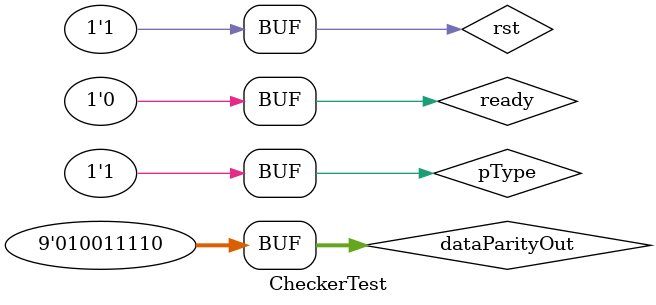
<source format=v>
`timescale 1ns/1ns

module CheckerTest ();

  reg [8:0] dataParityOut ; 
  reg rst ;
  reg ready ; 
  reg pType ; 
  wire error ;

    Checker CheckerUT(
        .dataParityOut(dataParityOut), 
        .rst(rst), 
        .ready(ready), 
        .pType(pType),
        .error(error)
    ); 


    initial begin
        dataParityOut = 0 ;
        ready = 0 ; 
        pType = 0 ; 
        /////////////////////////////

        rst = 1 ; 
        #300; 
        rst = 0 ; 
        #300
        rst = 1 ; 

        #1000 ; 
        dataParityOut = 9'b010011110 ; 
        pType = 1'b1 ; 
        
        ready = 1 ; 
        #300 ; 
        ready = 0 ; 
    end

endmodule
</source>
